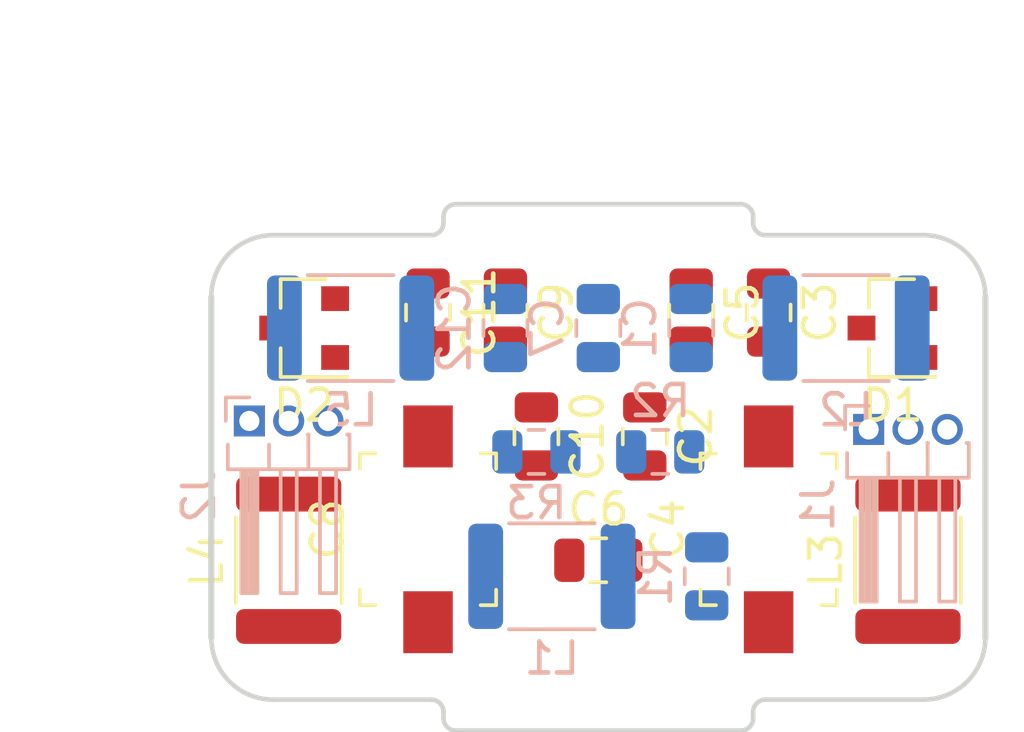
<source format=kicad_pcb>
(kicad_pcb (version 20171130) (host pcbnew 5.0.2-bee76a0~70~ubuntu18.04.1)

  (general
    (thickness 1.6)
    (drawings 24)
    (tracks 0)
    (zones 0)
    (modules 24)
    (nets 12)
  )

  (page A4)
  (layers
    (0 F.Cu signal)
    (31 B.Cu signal)
    (32 B.Adhes user)
    (33 F.Adhes user)
    (34 B.Paste user)
    (35 F.Paste user)
    (36 B.SilkS user)
    (37 F.SilkS user)
    (38 B.Mask user)
    (39 F.Mask user)
    (40 Dwgs.User user)
    (41 Cmts.User user)
    (42 Eco1.User user)
    (43 Eco2.User user)
    (44 Edge.Cuts user)
    (45 Margin user)
    (46 B.CrtYd user)
    (47 F.CrtYd user)
    (48 B.Fab user)
    (49 F.Fab user)
  )

  (setup
    (last_trace_width 0.25)
    (trace_clearance 0.2)
    (zone_clearance 0.508)
    (zone_45_only no)
    (trace_min 0.2)
    (segment_width 0.2)
    (edge_width 0.15)
    (via_size 0.8)
    (via_drill 0.4)
    (via_min_size 0.4)
    (via_min_drill 0.3)
    (uvia_size 0.3)
    (uvia_drill 0.1)
    (uvias_allowed no)
    (uvia_min_size 0.2)
    (uvia_min_drill 0.1)
    (pcb_text_width 0.3)
    (pcb_text_size 1.5 1.5)
    (mod_edge_width 0.15)
    (mod_text_size 1 1)
    (mod_text_width 0.15)
    (pad_size 1.524 1.524)
    (pad_drill 0.762)
    (pad_to_mask_clearance 0.051)
    (solder_mask_min_width 0.25)
    (aux_axis_origin 0 0)
    (visible_elements FFFDFF5F)
    (pcbplotparams
      (layerselection 0x010fc_ffffffff)
      (usegerberextensions false)
      (usegerberattributes false)
      (usegerberadvancedattributes false)
      (creategerberjobfile false)
      (excludeedgelayer true)
      (linewidth 0.100000)
      (plotframeref false)
      (viasonmask false)
      (mode 1)
      (useauxorigin false)
      (hpglpennumber 1)
      (hpglpenspeed 20)
      (hpglpendiameter 15.000000)
      (psnegative false)
      (psa4output false)
      (plotreference true)
      (plotvalue true)
      (plotinvisibletext false)
      (padsonsilk false)
      (subtractmaskfromsilk false)
      (outputformat 1)
      (mirror false)
      (drillshape 1)
      (scaleselection 1)
      (outputdirectory ""))
  )

  (net 0 "")
  (net 1 "Net-(C1-Pad2)")
  (net 2 "Net-(C7-Pad2)")
  (net 3 GND)
  (net 4 "Net-(C12-Pad2)")
  (net 5 /PRE_OUT)
  (net 6 "Net-(C10-Pad1)")
  (net 7 "Net-(C2-Pad1)")
  (net 8 /PRE_IN)
  (net 9 "Net-(C10-Pad2)")
  (net 10 "Net-(C2-Pad2)")
  (net 11 /BPF_EN_80M)

  (net_class Default "This is the default net class."
    (clearance 0.2)
    (trace_width 0.25)
    (via_dia 0.8)
    (via_drill 0.4)
    (uvia_dia 0.3)
    (uvia_drill 0.1)
    (add_net /BPF_EN_80M)
    (add_net /PRE_IN)
    (add_net /PRE_OUT)
    (add_net GND)
    (add_net "Net-(C1-Pad2)")
    (add_net "Net-(C10-Pad1)")
    (add_net "Net-(C10-Pad2)")
    (add_net "Net-(C12-Pad2)")
    (add_net "Net-(C2-Pad1)")
    (add_net "Net-(C2-Pad2)")
    (add_net "Net-(C7-Pad2)")
  )

  (module Connector_PinHeader_1.27mm:PinHeader_1x03_P1.27mm_Horizontal (layer B.Cu) (tedit 59FED6E3) (tstamp 5D09B679)
    (at -11.27 -1.5 270)
    (descr "Through hole angled pin header, 1x03, 1.27mm pitch, 4.0mm pin length, single row")
    (tags "Through hole angled pin header THT 1x03 1.27mm single row")
    (path /5D4E6493)
    (fp_text reference J2 (at 2.4325 1.635 270) (layer B.SilkS)
      (effects (font (size 1 1) (thickness 0.15)) (justify mirror))
    )
    (fp_text value Conn_01x03_Male (at 2.4325 -4.175 270) (layer B.Fab)
      (effects (font (size 1 1) (thickness 0.15)) (justify mirror))
    )
    (fp_text user %R (at 1 -1.27 180) (layer B.Fab)
      (effects (font (size 0.6 0.6) (thickness 0.09)) (justify mirror))
    )
    (fp_line (start 6 1.15) (end -1.15 1.15) (layer B.CrtYd) (width 0.05))
    (fp_line (start 6 -3.7) (end 6 1.15) (layer B.CrtYd) (width 0.05))
    (fp_line (start -1.15 -3.7) (end 6 -3.7) (layer B.CrtYd) (width 0.05))
    (fp_line (start -1.15 1.15) (end -1.15 -3.7) (layer B.CrtYd) (width 0.05))
    (fp_line (start -0.76 0.76) (end 0 0.76) (layer B.SilkS) (width 0.12))
    (fp_line (start -0.76 0) (end -0.76 0.76) (layer B.SilkS) (width 0.12))
    (fp_line (start 5.56 -2.8) (end 1.56 -2.8) (layer B.SilkS) (width 0.12))
    (fp_line (start 5.56 -2.28) (end 5.56 -2.8) (layer B.SilkS) (width 0.12))
    (fp_line (start 1.56 -2.28) (end 5.56 -2.28) (layer B.SilkS) (width 0.12))
    (fp_line (start 0.44 -1.889677) (end 0.44 -1.920323) (layer B.SilkS) (width 0.12))
    (fp_line (start 0.44 -1.905) (end 1.56 -1.905) (layer B.SilkS) (width 0.12))
    (fp_line (start 5.56 -1.53) (end 1.56 -1.53) (layer B.SilkS) (width 0.12))
    (fp_line (start 5.56 -1.01) (end 5.56 -1.53) (layer B.SilkS) (width 0.12))
    (fp_line (start 1.56 -1.01) (end 5.56 -1.01) (layer B.SilkS) (width 0.12))
    (fp_line (start 0.76 -0.635) (end 1.56 -0.635) (layer B.SilkS) (width 0.12))
    (fp_line (start 1.56 -0.16) (end 5.56 -0.16) (layer B.SilkS) (width 0.12))
    (fp_line (start 1.56 -0.04) (end 5.56 -0.04) (layer B.SilkS) (width 0.12))
    (fp_line (start 1.56 0.08) (end 5.56 0.08) (layer B.SilkS) (width 0.12))
    (fp_line (start 1.56 0.2) (end 5.56 0.2) (layer B.SilkS) (width 0.12))
    (fp_line (start 5.56 -0.26) (end 1.56 -0.26) (layer B.SilkS) (width 0.12))
    (fp_line (start 5.56 0.26) (end 5.56 -0.26) (layer B.SilkS) (width 0.12))
    (fp_line (start 1.56 0.26) (end 5.56 0.26) (layer B.SilkS) (width 0.12))
    (fp_line (start 0.44 -3.235) (end 0.44 -3.159677) (layer B.SilkS) (width 0.12))
    (fp_line (start 1.56 -3.235) (end 0.44 -3.235) (layer B.SilkS) (width 0.12))
    (fp_line (start 1.56 0.695) (end 1.56 -3.235) (layer B.SilkS) (width 0.12))
    (fp_line (start 0.76 0.695) (end 1.56 0.695) (layer B.SilkS) (width 0.12))
    (fp_line (start 1.5 -2.74) (end 5.5 -2.74) (layer B.Fab) (width 0.1))
    (fp_line (start 5.5 -2.34) (end 5.5 -2.74) (layer B.Fab) (width 0.1))
    (fp_line (start 1.5 -2.34) (end 5.5 -2.34) (layer B.Fab) (width 0.1))
    (fp_line (start -0.2 -2.74) (end 0.5 -2.74) (layer B.Fab) (width 0.1))
    (fp_line (start -0.2 -2.34) (end -0.2 -2.74) (layer B.Fab) (width 0.1))
    (fp_line (start -0.2 -2.34) (end 0.5 -2.34) (layer B.Fab) (width 0.1))
    (fp_line (start 1.5 -1.47) (end 5.5 -1.47) (layer B.Fab) (width 0.1))
    (fp_line (start 5.5 -1.07) (end 5.5 -1.47) (layer B.Fab) (width 0.1))
    (fp_line (start 1.5 -1.07) (end 5.5 -1.07) (layer B.Fab) (width 0.1))
    (fp_line (start -0.2 -1.47) (end 0.5 -1.47) (layer B.Fab) (width 0.1))
    (fp_line (start -0.2 -1.07) (end -0.2 -1.47) (layer B.Fab) (width 0.1))
    (fp_line (start -0.2 -1.07) (end 0.5 -1.07) (layer B.Fab) (width 0.1))
    (fp_line (start 1.5 -0.2) (end 5.5 -0.2) (layer B.Fab) (width 0.1))
    (fp_line (start 5.5 0.2) (end 5.5 -0.2) (layer B.Fab) (width 0.1))
    (fp_line (start 1.5 0.2) (end 5.5 0.2) (layer B.Fab) (width 0.1))
    (fp_line (start -0.2 -0.2) (end 0.5 -0.2) (layer B.Fab) (width 0.1))
    (fp_line (start -0.2 0.2) (end -0.2 -0.2) (layer B.Fab) (width 0.1))
    (fp_line (start -0.2 0.2) (end 0.5 0.2) (layer B.Fab) (width 0.1))
    (fp_line (start 0.5 0.385) (end 0.75 0.635) (layer B.Fab) (width 0.1))
    (fp_line (start 0.5 -3.175) (end 0.5 0.385) (layer B.Fab) (width 0.1))
    (fp_line (start 1.5 -3.175) (end 0.5 -3.175) (layer B.Fab) (width 0.1))
    (fp_line (start 1.5 0.635) (end 1.5 -3.175) (layer B.Fab) (width 0.1))
    (fp_line (start 0.75 0.635) (end 1.5 0.635) (layer B.Fab) (width 0.1))
    (pad 3 thru_hole oval (at 0 -2.54 270) (size 1 1) (drill 0.65) (layers *.Cu *.Mask)
      (net 8 /PRE_IN))
    (pad 2 thru_hole oval (at 0 -1.27 270) (size 1 1) (drill 0.65) (layers *.Cu *.Mask)
      (net 3 GND))
    (pad 1 thru_hole rect (at 0 0 270) (size 1 1) (drill 0.65) (layers *.Cu *.Mask)
      (net 3 GND))
    (model ${KISYS3DMOD}/Connector_PinHeader_1.27mm.3dshapes/PinHeader_1x03_P1.27mm_Horizontal.wrl
      (at (xyz 0 0 0))
      (scale (xyz 1 1 1))
      (rotate (xyz 0 0 0))
    )
  )

  (module Connector_PinHeader_1.27mm:PinHeader_1x03_P1.27mm_Horizontal (layer B.Cu) (tedit 59FED6E3) (tstamp 5D09B640)
    (at 8.73 -1.226226 270)
    (descr "Through hole angled pin header, 1x03, 1.27mm pitch, 4.0mm pin length, single row")
    (tags "Through hole angled pin header THT 1x03 1.27mm single row")
    (path /5D4E63E7)
    (fp_text reference J1 (at 2.4325 1.635 270) (layer B.SilkS)
      (effects (font (size 1 1) (thickness 0.15)) (justify mirror))
    )
    (fp_text value Conn_01x03_Male (at 2.4325 -4.175 270) (layer B.Fab)
      (effects (font (size 1 1) (thickness 0.15)) (justify mirror))
    )
    (fp_line (start 0.75 0.635) (end 1.5 0.635) (layer B.Fab) (width 0.1))
    (fp_line (start 1.5 0.635) (end 1.5 -3.175) (layer B.Fab) (width 0.1))
    (fp_line (start 1.5 -3.175) (end 0.5 -3.175) (layer B.Fab) (width 0.1))
    (fp_line (start 0.5 -3.175) (end 0.5 0.385) (layer B.Fab) (width 0.1))
    (fp_line (start 0.5 0.385) (end 0.75 0.635) (layer B.Fab) (width 0.1))
    (fp_line (start -0.2 0.2) (end 0.5 0.2) (layer B.Fab) (width 0.1))
    (fp_line (start -0.2 0.2) (end -0.2 -0.2) (layer B.Fab) (width 0.1))
    (fp_line (start -0.2 -0.2) (end 0.5 -0.2) (layer B.Fab) (width 0.1))
    (fp_line (start 1.5 0.2) (end 5.5 0.2) (layer B.Fab) (width 0.1))
    (fp_line (start 5.5 0.2) (end 5.5 -0.2) (layer B.Fab) (width 0.1))
    (fp_line (start 1.5 -0.2) (end 5.5 -0.2) (layer B.Fab) (width 0.1))
    (fp_line (start -0.2 -1.07) (end 0.5 -1.07) (layer B.Fab) (width 0.1))
    (fp_line (start -0.2 -1.07) (end -0.2 -1.47) (layer B.Fab) (width 0.1))
    (fp_line (start -0.2 -1.47) (end 0.5 -1.47) (layer B.Fab) (width 0.1))
    (fp_line (start 1.5 -1.07) (end 5.5 -1.07) (layer B.Fab) (width 0.1))
    (fp_line (start 5.5 -1.07) (end 5.5 -1.47) (layer B.Fab) (width 0.1))
    (fp_line (start 1.5 -1.47) (end 5.5 -1.47) (layer B.Fab) (width 0.1))
    (fp_line (start -0.2 -2.34) (end 0.5 -2.34) (layer B.Fab) (width 0.1))
    (fp_line (start -0.2 -2.34) (end -0.2 -2.74) (layer B.Fab) (width 0.1))
    (fp_line (start -0.2 -2.74) (end 0.5 -2.74) (layer B.Fab) (width 0.1))
    (fp_line (start 1.5 -2.34) (end 5.5 -2.34) (layer B.Fab) (width 0.1))
    (fp_line (start 5.5 -2.34) (end 5.5 -2.74) (layer B.Fab) (width 0.1))
    (fp_line (start 1.5 -2.74) (end 5.5 -2.74) (layer B.Fab) (width 0.1))
    (fp_line (start 0.76 0.695) (end 1.56 0.695) (layer B.SilkS) (width 0.12))
    (fp_line (start 1.56 0.695) (end 1.56 -3.235) (layer B.SilkS) (width 0.12))
    (fp_line (start 1.56 -3.235) (end 0.44 -3.235) (layer B.SilkS) (width 0.12))
    (fp_line (start 0.44 -3.235) (end 0.44 -3.159677) (layer B.SilkS) (width 0.12))
    (fp_line (start 1.56 0.26) (end 5.56 0.26) (layer B.SilkS) (width 0.12))
    (fp_line (start 5.56 0.26) (end 5.56 -0.26) (layer B.SilkS) (width 0.12))
    (fp_line (start 5.56 -0.26) (end 1.56 -0.26) (layer B.SilkS) (width 0.12))
    (fp_line (start 1.56 0.2) (end 5.56 0.2) (layer B.SilkS) (width 0.12))
    (fp_line (start 1.56 0.08) (end 5.56 0.08) (layer B.SilkS) (width 0.12))
    (fp_line (start 1.56 -0.04) (end 5.56 -0.04) (layer B.SilkS) (width 0.12))
    (fp_line (start 1.56 -0.16) (end 5.56 -0.16) (layer B.SilkS) (width 0.12))
    (fp_line (start 0.76 -0.635) (end 1.56 -0.635) (layer B.SilkS) (width 0.12))
    (fp_line (start 1.56 -1.01) (end 5.56 -1.01) (layer B.SilkS) (width 0.12))
    (fp_line (start 5.56 -1.01) (end 5.56 -1.53) (layer B.SilkS) (width 0.12))
    (fp_line (start 5.56 -1.53) (end 1.56 -1.53) (layer B.SilkS) (width 0.12))
    (fp_line (start 0.44 -1.905) (end 1.56 -1.905) (layer B.SilkS) (width 0.12))
    (fp_line (start 0.44 -1.889677) (end 0.44 -1.920323) (layer B.SilkS) (width 0.12))
    (fp_line (start 1.56 -2.28) (end 5.56 -2.28) (layer B.SilkS) (width 0.12))
    (fp_line (start 5.56 -2.28) (end 5.56 -2.8) (layer B.SilkS) (width 0.12))
    (fp_line (start 5.56 -2.8) (end 1.56 -2.8) (layer B.SilkS) (width 0.12))
    (fp_line (start -0.76 0) (end -0.76 0.76) (layer B.SilkS) (width 0.12))
    (fp_line (start -0.76 0.76) (end 0 0.76) (layer B.SilkS) (width 0.12))
    (fp_line (start -1.15 1.15) (end -1.15 -3.7) (layer B.CrtYd) (width 0.05))
    (fp_line (start -1.15 -3.7) (end 6 -3.7) (layer B.CrtYd) (width 0.05))
    (fp_line (start 6 -3.7) (end 6 1.15) (layer B.CrtYd) (width 0.05))
    (fp_line (start 6 1.15) (end -1.15 1.15) (layer B.CrtYd) (width 0.05))
    (fp_text user %R (at 1 -1.27 180) (layer B.Fab)
      (effects (font (size 0.6 0.6) (thickness 0.09)) (justify mirror))
    )
    (pad 1 thru_hole rect (at 0 0 270) (size 1 1) (drill 0.65) (layers *.Cu *.Mask)
      (net 5 /PRE_OUT))
    (pad 2 thru_hole oval (at 0 -1.27 270) (size 1 1) (drill 0.65) (layers *.Cu *.Mask)
      (net 11 /BPF_EN_80M))
    (pad 3 thru_hole oval (at 0 -2.54 270) (size 1 1) (drill 0.65) (layers *.Cu *.Mask)
      (net 3 GND))
    (model ${KISYS3DMOD}/Connector_PinHeader_1.27mm.3dshapes/PinHeader_1x03_P1.27mm_Horizontal.wrl
      (at (xyz 0 0 0))
      (scale (xyz 1 1 1))
      (rotate (xyz 0 0 0))
    )
  )

  (module Capacitor_SMD:C_0805_2012Metric (layer F.Cu) (tedit 5B36C52B) (tstamp 5D08ECAA)
    (at 1.5 -1 270)
    (descr "Capacitor SMD 0805 (2012 Metric), square (rectangular) end terminal, IPC_7351 nominal, (Body size source: https://docs.google.com/spreadsheets/d/1BsfQQcO9C6DZCsRaXUlFlo91Tg2WpOkGARC1WS5S8t0/edit?usp=sharing), generated with kicad-footprint-generator")
    (tags capacitor)
    (path /5DB9CDF8)
    (attr smd)
    (fp_text reference C2 (at 0 -1.65 270) (layer F.SilkS)
      (effects (font (size 1 1) (thickness 0.15)))
    )
    (fp_text value 68p (at 0 1.65 270) (layer F.Fab)
      (effects (font (size 1 1) (thickness 0.15)))
    )
    (fp_text user %R (at 0 0 270) (layer F.Fab)
      (effects (font (size 0.5 0.5) (thickness 0.08)))
    )
    (fp_line (start 1.68 0.95) (end -1.68 0.95) (layer F.CrtYd) (width 0.05))
    (fp_line (start 1.68 -0.95) (end 1.68 0.95) (layer F.CrtYd) (width 0.05))
    (fp_line (start -1.68 -0.95) (end 1.68 -0.95) (layer F.CrtYd) (width 0.05))
    (fp_line (start -1.68 0.95) (end -1.68 -0.95) (layer F.CrtYd) (width 0.05))
    (fp_line (start -0.258578 0.71) (end 0.258578 0.71) (layer F.SilkS) (width 0.12))
    (fp_line (start -0.258578 -0.71) (end 0.258578 -0.71) (layer F.SilkS) (width 0.12))
    (fp_line (start 1 0.6) (end -1 0.6) (layer F.Fab) (width 0.1))
    (fp_line (start 1 -0.6) (end 1 0.6) (layer F.Fab) (width 0.1))
    (fp_line (start -1 -0.6) (end 1 -0.6) (layer F.Fab) (width 0.1))
    (fp_line (start -1 0.6) (end -1 -0.6) (layer F.Fab) (width 0.1))
    (pad 2 smd roundrect (at 0.9375 0 270) (size 0.975 1.4) (layers F.Cu F.Paste F.Mask) (roundrect_rratio 0.25)
      (net 10 "Net-(C2-Pad2)"))
    (pad 1 smd roundrect (at -0.9375 0 270) (size 0.975 1.4) (layers F.Cu F.Paste F.Mask) (roundrect_rratio 0.25)
      (net 7 "Net-(C2-Pad1)"))
    (model ${KISYS3DMOD}/Capacitor_SMD.3dshapes/C_0805_2012Metric.wrl
      (at (xyz 0 0 0))
      (scale (xyz 1 1 1))
      (rotate (xyz 0 0 0))
    )
  )

  (module Capacitor_SMD:C_0805_2012Metric (layer F.Cu) (tedit 5B36C52B) (tstamp 5D08FA24)
    (at 5.5 -5 270)
    (descr "Capacitor SMD 0805 (2012 Metric), square (rectangular) end terminal, IPC_7351 nominal, (Body size source: https://docs.google.com/spreadsheets/d/1BsfQQcO9C6DZCsRaXUlFlo91Tg2WpOkGARC1WS5S8t0/edit?usp=sharing), generated with kicad-footprint-generator")
    (tags capacitor)
    (path /5DB9CDFF)
    (attr smd)
    (fp_text reference C3 (at 0 -1.65 270) (layer F.SilkS)
      (effects (font (size 1 1) (thickness 0.15)))
    )
    (fp_text value 68p (at 0 1.65 270) (layer F.Fab)
      (effects (font (size 1 1) (thickness 0.15)))
    )
    (fp_line (start -1 0.6) (end -1 -0.6) (layer F.Fab) (width 0.1))
    (fp_line (start -1 -0.6) (end 1 -0.6) (layer F.Fab) (width 0.1))
    (fp_line (start 1 -0.6) (end 1 0.6) (layer F.Fab) (width 0.1))
    (fp_line (start 1 0.6) (end -1 0.6) (layer F.Fab) (width 0.1))
    (fp_line (start -0.258578 -0.71) (end 0.258578 -0.71) (layer F.SilkS) (width 0.12))
    (fp_line (start -0.258578 0.71) (end 0.258578 0.71) (layer F.SilkS) (width 0.12))
    (fp_line (start -1.68 0.95) (end -1.68 -0.95) (layer F.CrtYd) (width 0.05))
    (fp_line (start -1.68 -0.95) (end 1.68 -0.95) (layer F.CrtYd) (width 0.05))
    (fp_line (start 1.68 -0.95) (end 1.68 0.95) (layer F.CrtYd) (width 0.05))
    (fp_line (start 1.68 0.95) (end -1.68 0.95) (layer F.CrtYd) (width 0.05))
    (fp_text user %R (at 0 0 270) (layer F.Fab)
      (effects (font (size 0.5 0.5) (thickness 0.08)))
    )
    (pad 1 smd roundrect (at -0.9375 0 270) (size 0.975 1.4) (layers F.Cu F.Paste F.Mask) (roundrect_rratio 0.25)
      (net 3 GND))
    (pad 2 smd roundrect (at 0.9375 0 270) (size 0.975 1.4) (layers F.Cu F.Paste F.Mask) (roundrect_rratio 0.25)
      (net 7 "Net-(C2-Pad1)"))
    (model ${KISYS3DMOD}/Capacitor_SMD.3dshapes/C_0805_2012Metric.wrl
      (at (xyz 0 0 0))
      (scale (xyz 1 1 1))
      (rotate (xyz 0 0 0))
    )
  )

  (module Capacitor_SMD:C_0805_2012Metric (layer F.Cu) (tedit 5B36C52B) (tstamp 5D08FA54)
    (at 3 -5 270)
    (descr "Capacitor SMD 0805 (2012 Metric), square (rectangular) end terminal, IPC_7351 nominal, (Body size source: https://docs.google.com/spreadsheets/d/1BsfQQcO9C6DZCsRaXUlFlo91Tg2WpOkGARC1WS5S8t0/edit?usp=sharing), generated with kicad-footprint-generator")
    (tags capacitor)
    (path /5DB9CE0D)
    (attr smd)
    (fp_text reference C5 (at 0 -1.65 270) (layer F.SilkS)
      (effects (font (size 1 1) (thickness 0.15)))
    )
    (fp_text value 68p (at 0 1.65 270) (layer F.Fab)
      (effects (font (size 1 1) (thickness 0.15)))
    )
    (fp_text user %R (at 0 0 270) (layer F.Fab)
      (effects (font (size 0.5 0.5) (thickness 0.08)))
    )
    (fp_line (start 1.68 0.95) (end -1.68 0.95) (layer F.CrtYd) (width 0.05))
    (fp_line (start 1.68 -0.95) (end 1.68 0.95) (layer F.CrtYd) (width 0.05))
    (fp_line (start -1.68 -0.95) (end 1.68 -0.95) (layer F.CrtYd) (width 0.05))
    (fp_line (start -1.68 0.95) (end -1.68 -0.95) (layer F.CrtYd) (width 0.05))
    (fp_line (start -0.258578 0.71) (end 0.258578 0.71) (layer F.SilkS) (width 0.12))
    (fp_line (start -0.258578 -0.71) (end 0.258578 -0.71) (layer F.SilkS) (width 0.12))
    (fp_line (start 1 0.6) (end -1 0.6) (layer F.Fab) (width 0.1))
    (fp_line (start 1 -0.6) (end 1 0.6) (layer F.Fab) (width 0.1))
    (fp_line (start -1 -0.6) (end 1 -0.6) (layer F.Fab) (width 0.1))
    (fp_line (start -1 0.6) (end -1 -0.6) (layer F.Fab) (width 0.1))
    (pad 2 smd roundrect (at 0.9375 0 270) (size 0.975 1.4) (layers F.Cu F.Paste F.Mask) (roundrect_rratio 0.25)
      (net 7 "Net-(C2-Pad1)"))
    (pad 1 smd roundrect (at -0.9375 0 270) (size 0.975 1.4) (layers F.Cu F.Paste F.Mask) (roundrect_rratio 0.25)
      (net 3 GND))
    (model ${KISYS3DMOD}/Capacitor_SMD.3dshapes/C_0805_2012Metric.wrl
      (at (xyz 0 0 0))
      (scale (xyz 1 1 1))
      (rotate (xyz 0 0 0))
    )
  )

  (module Capacitor_SMD:C_0805_2012Metric (layer F.Cu) (tedit 5B36C52B) (tstamp 5D08EC77)
    (at 0 3)
    (descr "Capacitor SMD 0805 (2012 Metric), square (rectangular) end terminal, IPC_7351 nominal, (Body size source: https://docs.google.com/spreadsheets/d/1BsfQQcO9C6DZCsRaXUlFlo91Tg2WpOkGARC1WS5S8t0/edit?usp=sharing), generated with kicad-footprint-generator")
    (tags capacitor)
    (path /5DB9CE36)
    (attr smd)
    (fp_text reference C6 (at 0 -1.65) (layer F.SilkS)
      (effects (font (size 1 1) (thickness 0.15)))
    )
    (fp_text value 68p (at 0 1.65) (layer F.Fab)
      (effects (font (size 1 1) (thickness 0.15)))
    )
    (fp_line (start -1 0.6) (end -1 -0.6) (layer F.Fab) (width 0.1))
    (fp_line (start -1 -0.6) (end 1 -0.6) (layer F.Fab) (width 0.1))
    (fp_line (start 1 -0.6) (end 1 0.6) (layer F.Fab) (width 0.1))
    (fp_line (start 1 0.6) (end -1 0.6) (layer F.Fab) (width 0.1))
    (fp_line (start -0.258578 -0.71) (end 0.258578 -0.71) (layer F.SilkS) (width 0.12))
    (fp_line (start -0.258578 0.71) (end 0.258578 0.71) (layer F.SilkS) (width 0.12))
    (fp_line (start -1.68 0.95) (end -1.68 -0.95) (layer F.CrtYd) (width 0.05))
    (fp_line (start -1.68 -0.95) (end 1.68 -0.95) (layer F.CrtYd) (width 0.05))
    (fp_line (start 1.68 -0.95) (end 1.68 0.95) (layer F.CrtYd) (width 0.05))
    (fp_line (start 1.68 0.95) (end -1.68 0.95) (layer F.CrtYd) (width 0.05))
    (fp_text user %R (at 0 0) (layer F.Fab)
      (effects (font (size 0.5 0.5) (thickness 0.08)))
    )
    (pad 1 smd roundrect (at -0.9375 0) (size 0.975 1.4) (layers F.Cu F.Paste F.Mask) (roundrect_rratio 0.25)
      (net 9 "Net-(C10-Pad2)"))
    (pad 2 smd roundrect (at 0.9375 0) (size 0.975 1.4) (layers F.Cu F.Paste F.Mask) (roundrect_rratio 0.25)
      (net 10 "Net-(C2-Pad2)"))
    (model ${KISYS3DMOD}/Capacitor_SMD.3dshapes/C_0805_2012Metric.wrl
      (at (xyz 0 0 0))
      (scale (xyz 1 1 1))
      (rotate (xyz 0 0 0))
    )
  )

  (module Capacitor_SMD:C_0805_2012Metric (layer B.Cu) (tedit 5B36C52B) (tstamp 5D09023A)
    (at 0 -4.5 270)
    (descr "Capacitor SMD 0805 (2012 Metric), square (rectangular) end terminal, IPC_7351 nominal, (Body size source: https://docs.google.com/spreadsheets/d/1BsfQQcO9C6DZCsRaXUlFlo91Tg2WpOkGARC1WS5S8t0/edit?usp=sharing), generated with kicad-footprint-generator")
    (tags capacitor)
    (path /5DB9CDBC)
    (attr smd)
    (fp_text reference C7 (at 0 1.65 270) (layer B.SilkS)
      (effects (font (size 1 1) (thickness 0.15)) (justify mirror))
    )
    (fp_text value 68p (at -9.065001 18.475001 270) (layer B.Fab)
      (effects (font (size 1 1) (thickness 0.15)) (justify mirror))
    )
    (fp_text user %R (at 0 0 270) (layer B.Fab)
      (effects (font (size 0.5 0.5) (thickness 0.08)) (justify mirror))
    )
    (fp_line (start 1.68 -0.95) (end -1.68 -0.95) (layer B.CrtYd) (width 0.05))
    (fp_line (start 1.68 0.95) (end 1.68 -0.95) (layer B.CrtYd) (width 0.05))
    (fp_line (start -1.68 0.95) (end 1.68 0.95) (layer B.CrtYd) (width 0.05))
    (fp_line (start -1.68 -0.95) (end -1.68 0.95) (layer B.CrtYd) (width 0.05))
    (fp_line (start -0.258578 -0.71) (end 0.258578 -0.71) (layer B.SilkS) (width 0.12))
    (fp_line (start -0.258578 0.71) (end 0.258578 0.71) (layer B.SilkS) (width 0.12))
    (fp_line (start 1 -0.6) (end -1 -0.6) (layer B.Fab) (width 0.1))
    (fp_line (start 1 0.6) (end 1 -0.6) (layer B.Fab) (width 0.1))
    (fp_line (start -1 0.6) (end 1 0.6) (layer B.Fab) (width 0.1))
    (fp_line (start -1 -0.6) (end -1 0.6) (layer B.Fab) (width 0.1))
    (pad 2 smd roundrect (at 0.9375 0 270) (size 0.975 1.4) (layers B.Cu B.Paste B.Mask) (roundrect_rratio 0.25)
      (net 2 "Net-(C7-Pad2)"))
    (pad 1 smd roundrect (at -0.9375 0 270) (size 0.975 1.4) (layers B.Cu B.Paste B.Mask) (roundrect_rratio 0.25)
      (net 3 GND))
    (model ${KISYS3DMOD}/Capacitor_SMD.3dshapes/C_0805_2012Metric.wrl
      (at (xyz 0 0 0))
      (scale (xyz 1 1 1))
      (rotate (xyz 0 0 0))
    )
  )

  (module Capacitor_SMD:C_0805_2012Metric (layer F.Cu) (tedit 5B36C52B) (tstamp 5D08F735)
    (at -3 -5 270)
    (descr "Capacitor SMD 0805 (2012 Metric), square (rectangular) end terminal, IPC_7351 nominal, (Body size source: https://docs.google.com/spreadsheets/d/1BsfQQcO9C6DZCsRaXUlFlo91Tg2WpOkGARC1WS5S8t0/edit?usp=sharing), generated with kicad-footprint-generator")
    (tags capacitor)
    (path /5DB9CE5B)
    (attr smd)
    (fp_text reference C9 (at 0 -1.65 270) (layer F.SilkS)
      (effects (font (size 1 1) (thickness 0.15)))
    )
    (fp_text value 68p (at 0 1.65 270) (layer F.Fab)
      (effects (font (size 1 1) (thickness 0.15)))
    )
    (fp_line (start -1 0.6) (end -1 -0.6) (layer F.Fab) (width 0.1))
    (fp_line (start -1 -0.6) (end 1 -0.6) (layer F.Fab) (width 0.1))
    (fp_line (start 1 -0.6) (end 1 0.6) (layer F.Fab) (width 0.1))
    (fp_line (start 1 0.6) (end -1 0.6) (layer F.Fab) (width 0.1))
    (fp_line (start -0.258578 -0.71) (end 0.258578 -0.71) (layer F.SilkS) (width 0.12))
    (fp_line (start -0.258578 0.71) (end 0.258578 0.71) (layer F.SilkS) (width 0.12))
    (fp_line (start -1.68 0.95) (end -1.68 -0.95) (layer F.CrtYd) (width 0.05))
    (fp_line (start -1.68 -0.95) (end 1.68 -0.95) (layer F.CrtYd) (width 0.05))
    (fp_line (start 1.68 -0.95) (end 1.68 0.95) (layer F.CrtYd) (width 0.05))
    (fp_line (start 1.68 0.95) (end -1.68 0.95) (layer F.CrtYd) (width 0.05))
    (fp_text user %R (at 0 0 270) (layer F.Fab)
      (effects (font (size 0.5 0.5) (thickness 0.08)))
    )
    (pad 1 smd roundrect (at -0.9375 0 270) (size 0.975 1.4) (layers F.Cu F.Paste F.Mask) (roundrect_rratio 0.25)
      (net 3 GND))
    (pad 2 smd roundrect (at 0.9375 0 270) (size 0.975 1.4) (layers F.Cu F.Paste F.Mask) (roundrect_rratio 0.25)
      (net 6 "Net-(C10-Pad1)"))
    (model ${KISYS3DMOD}/Capacitor_SMD.3dshapes/C_0805_2012Metric.wrl
      (at (xyz 0 0 0))
      (scale (xyz 1 1 1))
      (rotate (xyz 0 0 0))
    )
  )

  (module Capacitor_SMD:C_0805_2012Metric (layer F.Cu) (tedit 5B36C52B) (tstamp 5D08EC44)
    (at -2 -1 270)
    (descr "Capacitor SMD 0805 (2012 Metric), square (rectangular) end terminal, IPC_7351 nominal, (Body size source: https://docs.google.com/spreadsheets/d/1BsfQQcO9C6DZCsRaXUlFlo91Tg2WpOkGARC1WS5S8t0/edit?usp=sharing), generated with kicad-footprint-generator")
    (tags capacitor)
    (path /5DB9CE46)
    (attr smd)
    (fp_text reference C10 (at 0 -1.65 270) (layer F.SilkS)
      (effects (font (size 1 1) (thickness 0.15)))
    )
    (fp_text value 68p (at 0 1.65 270) (layer F.Fab)
      (effects (font (size 1 1) (thickness 0.15)))
    )
    (fp_text user %R (at 0 0 270) (layer F.Fab)
      (effects (font (size 0.5 0.5) (thickness 0.08)))
    )
    (fp_line (start 1.68 0.95) (end -1.68 0.95) (layer F.CrtYd) (width 0.05))
    (fp_line (start 1.68 -0.95) (end 1.68 0.95) (layer F.CrtYd) (width 0.05))
    (fp_line (start -1.68 -0.95) (end 1.68 -0.95) (layer F.CrtYd) (width 0.05))
    (fp_line (start -1.68 0.95) (end -1.68 -0.95) (layer F.CrtYd) (width 0.05))
    (fp_line (start -0.258578 0.71) (end 0.258578 0.71) (layer F.SilkS) (width 0.12))
    (fp_line (start -0.258578 -0.71) (end 0.258578 -0.71) (layer F.SilkS) (width 0.12))
    (fp_line (start 1 0.6) (end -1 0.6) (layer F.Fab) (width 0.1))
    (fp_line (start 1 -0.6) (end 1 0.6) (layer F.Fab) (width 0.1))
    (fp_line (start -1 -0.6) (end 1 -0.6) (layer F.Fab) (width 0.1))
    (fp_line (start -1 0.6) (end -1 -0.6) (layer F.Fab) (width 0.1))
    (pad 2 smd roundrect (at 0.9375 0 270) (size 0.975 1.4) (layers F.Cu F.Paste F.Mask) (roundrect_rratio 0.25)
      (net 9 "Net-(C10-Pad2)"))
    (pad 1 smd roundrect (at -0.9375 0 270) (size 0.975 1.4) (layers F.Cu F.Paste F.Mask) (roundrect_rratio 0.25)
      (net 6 "Net-(C10-Pad1)"))
    (model ${KISYS3DMOD}/Capacitor_SMD.3dshapes/C_0805_2012Metric.wrl
      (at (xyz 0 0 0))
      (scale (xyz 1 1 1))
      (rotate (xyz 0 0 0))
    )
  )

  (module Capacitor_SMD:C_0805_2012Metric (layer F.Cu) (tedit 5B36C52B) (tstamp 5D08F705)
    (at -5.5 -5 270)
    (descr "Capacitor SMD 0805 (2012 Metric), square (rectangular) end terminal, IPC_7351 nominal, (Body size source: https://docs.google.com/spreadsheets/d/1BsfQQcO9C6DZCsRaXUlFlo91Tg2WpOkGARC1WS5S8t0/edit?usp=sharing), generated with kicad-footprint-generator")
    (tags capacitor)
    (path /5DB9CE4D)
    (attr smd)
    (fp_text reference C11 (at 0 -1.65 270) (layer F.SilkS)
      (effects (font (size 1 1) (thickness 0.15)))
    )
    (fp_text value 68p (at 0 1.65 270) (layer F.Fab)
      (effects (font (size 1 1) (thickness 0.15)))
    )
    (fp_line (start -1 0.6) (end -1 -0.6) (layer F.Fab) (width 0.1))
    (fp_line (start -1 -0.6) (end 1 -0.6) (layer F.Fab) (width 0.1))
    (fp_line (start 1 -0.6) (end 1 0.6) (layer F.Fab) (width 0.1))
    (fp_line (start 1 0.6) (end -1 0.6) (layer F.Fab) (width 0.1))
    (fp_line (start -0.258578 -0.71) (end 0.258578 -0.71) (layer F.SilkS) (width 0.12))
    (fp_line (start -0.258578 0.71) (end 0.258578 0.71) (layer F.SilkS) (width 0.12))
    (fp_line (start -1.68 0.95) (end -1.68 -0.95) (layer F.CrtYd) (width 0.05))
    (fp_line (start -1.68 -0.95) (end 1.68 -0.95) (layer F.CrtYd) (width 0.05))
    (fp_line (start 1.68 -0.95) (end 1.68 0.95) (layer F.CrtYd) (width 0.05))
    (fp_line (start 1.68 0.95) (end -1.68 0.95) (layer F.CrtYd) (width 0.05))
    (fp_text user %R (at 0 0 270) (layer F.Fab)
      (effects (font (size 0.5 0.5) (thickness 0.08)))
    )
    (pad 1 smd roundrect (at -0.9375 0 270) (size 0.975 1.4) (layers F.Cu F.Paste F.Mask) (roundrect_rratio 0.25)
      (net 3 GND))
    (pad 2 smd roundrect (at 0.9375 0 270) (size 0.975 1.4) (layers F.Cu F.Paste F.Mask) (roundrect_rratio 0.25)
      (net 6 "Net-(C10-Pad1)"))
    (model ${KISYS3DMOD}/Capacitor_SMD.3dshapes/C_0805_2012Metric.wrl
      (at (xyz 0 0 0))
      (scale (xyz 1 1 1))
      (rotate (xyz 0 0 0))
    )
  )

  (module Capacitor_SMD:C_0805_2012Metric (layer B.Cu) (tedit 5B36C52B) (tstamp 5D0901DA)
    (at 3 -4.5 270)
    (descr "Capacitor SMD 0805 (2012 Metric), square (rectangular) end terminal, IPC_7351 nominal, (Body size source: https://docs.google.com/spreadsheets/d/1BsfQQcO9C6DZCsRaXUlFlo91Tg2WpOkGARC1WS5S8t0/edit?usp=sharing), generated with kicad-footprint-generator")
    (tags capacitor)
    (path /5DB9CDA7)
    (attr smd)
    (fp_text reference C1 (at 0 1.65 270) (layer B.SilkS)
      (effects (font (size 1 1) (thickness 0.15)) (justify mirror))
    )
    (fp_text value 68p (at 0 -1.65 270) (layer B.Fab)
      (effects (font (size 1 1) (thickness 0.15)) (justify mirror))
    )
    (fp_text user %R (at 0 0 270) (layer B.Fab)
      (effects (font (size 0.5 0.5) (thickness 0.08)) (justify mirror))
    )
    (fp_line (start 1.68 -0.95) (end -1.68 -0.95) (layer B.CrtYd) (width 0.05))
    (fp_line (start 1.68 0.95) (end 1.68 -0.95) (layer B.CrtYd) (width 0.05))
    (fp_line (start -1.68 0.95) (end 1.68 0.95) (layer B.CrtYd) (width 0.05))
    (fp_line (start -1.68 -0.95) (end -1.68 0.95) (layer B.CrtYd) (width 0.05))
    (fp_line (start -0.258578 -0.71) (end 0.258578 -0.71) (layer B.SilkS) (width 0.12))
    (fp_line (start -0.258578 0.71) (end 0.258578 0.71) (layer B.SilkS) (width 0.12))
    (fp_line (start 1 -0.6) (end -1 -0.6) (layer B.Fab) (width 0.1))
    (fp_line (start 1 0.6) (end 1 -0.6) (layer B.Fab) (width 0.1))
    (fp_line (start -1 0.6) (end 1 0.6) (layer B.Fab) (width 0.1))
    (fp_line (start -1 -0.6) (end -1 0.6) (layer B.Fab) (width 0.1))
    (pad 2 smd roundrect (at 0.9375 0 270) (size 0.975 1.4) (layers B.Cu B.Paste B.Mask) (roundrect_rratio 0.25)
      (net 1 "Net-(C1-Pad2)"))
    (pad 1 smd roundrect (at -0.9375 0 270) (size 0.975 1.4) (layers B.Cu B.Paste B.Mask) (roundrect_rratio 0.25)
      (net 3 GND))
    (model ${KISYS3DMOD}/Capacitor_SMD.3dshapes/C_0805_2012Metric.wrl
      (at (xyz 0 0 0))
      (scale (xyz 1 1 1))
      (rotate (xyz 0 0 0))
    )
  )

  (module Capacitor_SMD:C_0805_2012Metric (layer B.Cu) (tedit 5B36C52B) (tstamp 5D09029A)
    (at -3 -4.5 270)
    (descr "Capacitor SMD 0805 (2012 Metric), square (rectangular) end terminal, IPC_7351 nominal, (Body size source: https://docs.google.com/spreadsheets/d/1BsfQQcO9C6DZCsRaXUlFlo91Tg2WpOkGARC1WS5S8t0/edit?usp=sharing), generated with kicad-footprint-generator")
    (tags capacitor)
    (path /5DB9CDD8)
    (attr smd)
    (fp_text reference C12 (at 0 1.65 270) (layer B.SilkS)
      (effects (font (size 1 1) (thickness 0.15)) (justify mirror))
    )
    (fp_text value 68p (at 0 -1.65 270) (layer B.Fab)
      (effects (font (size 1 1) (thickness 0.15)) (justify mirror))
    )
    (fp_line (start -1 -0.6) (end -1 0.6) (layer B.Fab) (width 0.1))
    (fp_line (start -1 0.6) (end 1 0.6) (layer B.Fab) (width 0.1))
    (fp_line (start 1 0.6) (end 1 -0.6) (layer B.Fab) (width 0.1))
    (fp_line (start 1 -0.6) (end -1 -0.6) (layer B.Fab) (width 0.1))
    (fp_line (start -0.258578 0.71) (end 0.258578 0.71) (layer B.SilkS) (width 0.12))
    (fp_line (start -0.258578 -0.71) (end 0.258578 -0.71) (layer B.SilkS) (width 0.12))
    (fp_line (start -1.68 -0.95) (end -1.68 0.95) (layer B.CrtYd) (width 0.05))
    (fp_line (start -1.68 0.95) (end 1.68 0.95) (layer B.CrtYd) (width 0.05))
    (fp_line (start 1.68 0.95) (end 1.68 -0.95) (layer B.CrtYd) (width 0.05))
    (fp_line (start 1.68 -0.95) (end -1.68 -0.95) (layer B.CrtYd) (width 0.05))
    (fp_text user %R (at 0 0 270) (layer B.Fab)
      (effects (font (size 0.5 0.5) (thickness 0.08)) (justify mirror))
    )
    (pad 1 smd roundrect (at -0.9375 0 270) (size 0.975 1.4) (layers B.Cu B.Paste B.Mask) (roundrect_rratio 0.25)
      (net 3 GND))
    (pad 2 smd roundrect (at 0.9375 0 270) (size 0.975 1.4) (layers B.Cu B.Paste B.Mask) (roundrect_rratio 0.25)
      (net 4 "Net-(C12-Pad2)"))
    (model ${KISYS3DMOD}/Capacitor_SMD.3dshapes/C_0805_2012Metric.wrl
      (at (xyz 0 0 0))
      (scale (xyz 1 1 1))
      (rotate (xyz 0 0 0))
    )
  )

  (module Capacitor_SMD:C_Trimmer_Murata_TZB4-B (layer F.Cu) (tedit 590DA842) (tstamp 5D08EF1F)
    (at 5.5 2 90)
    (descr "trimmer capacitor SMD horizontal, http://www.murata.com/~/media/webrenewal/support/library/catalog/products/capacitor/trimmer/t13e.ashx?la=en-gb")
    (tags " Murata TZB4 TZB4-A")
    (path /5DB9CE06)
    (attr smd)
    (fp_text reference C4 (at 0 -3.25 90) (layer F.SilkS)
      (effects (font (size 1 1) (thickness 0.15)))
    )
    (fp_text value C_Variable (at 0 3.25 90) (layer F.Fab)
      (effects (font (size 1 1) (thickness 0.15)))
    )
    (fp_text user %R (at 0 0 90) (layer F.Fab)
      (effects (font (size 0.5 0.5) (thickness 0.05)))
    )
    (fp_line (start 4.25 -2.25) (end -4.25 -2.25) (layer F.CrtYd) (width 0.05))
    (fp_line (start 4.25 2.25) (end 4.25 -2.25) (layer F.CrtYd) (width 0.05))
    (fp_line (start -4.25 2.25) (end 4.25 2.25) (layer F.CrtYd) (width 0.05))
    (fp_line (start -4.25 -2.25) (end -4.25 2.25) (layer F.CrtYd) (width 0.05))
    (fp_line (start 2.45 2.2) (end 2.45 1.7) (layer F.SilkS) (width 0.12))
    (fp_line (start 2.45 2.2) (end 1.95 2.2) (layer F.SilkS) (width 0.12))
    (fp_line (start 2.45 -2.2) (end 2.45 -1.7) (layer F.SilkS) (width 0.12))
    (fp_line (start 2.45 -2.2) (end 1.95 -2.2) (layer F.SilkS) (width 0.12))
    (fp_line (start -2.45 2.2) (end -2.45 1.7) (layer F.SilkS) (width 0.12))
    (fp_line (start -2.45 2.2) (end -1.95 2.2) (layer F.SilkS) (width 0.12))
    (fp_line (start -2.45 -2.2) (end -2.45 -1.7) (layer F.SilkS) (width 0.12))
    (fp_line (start -2.45 -2.2) (end -1.95 -2.2) (layer F.SilkS) (width 0.12))
    (fp_line (start -3.5 0.6) (end -2.25 0.6) (layer F.Fab) (width 0.1))
    (fp_line (start -3.5 -0.6) (end -3.5 0.6) (layer F.Fab) (width 0.1))
    (fp_line (start -2.25 -0.6) (end -3.5 -0.6) (layer F.Fab) (width 0.1))
    (fp_line (start 3.5 0.6) (end 2.25 0.6) (layer F.Fab) (width 0.1))
    (fp_line (start 3.5 -0.6) (end 3.5 0.6) (layer F.Fab) (width 0.1))
    (fp_line (start 2.25 -0.6) (end 3.5 -0.6) (layer F.Fab) (width 0.1))
    (fp_line (start -2.25 -1.99) (end -2.25 -2) (layer F.Fab) (width 0.1))
    (fp_line (start -2.25 1.99) (end -2.25 -1.99) (layer F.Fab) (width 0.1))
    (fp_line (start -2.25 2) (end -2.25 1.99) (layer F.Fab) (width 0.1))
    (fp_line (start -2.24 2) (end -2.25 2) (layer F.Fab) (width 0.1))
    (fp_line (start 2.24 2) (end -2.24 2) (layer F.Fab) (width 0.1))
    (fp_line (start 2.25 2) (end 2.24 2) (layer F.Fab) (width 0.1))
    (fp_line (start 2.25 1.99) (end 2.25 2) (layer F.Fab) (width 0.1))
    (fp_line (start 2.25 -1.99) (end 2.25 1.99) (layer F.Fab) (width 0.1))
    (fp_line (start 2.25 -2) (end 2.25 -1.99) (layer F.Fab) (width 0.1))
    (fp_line (start 2.24 -2) (end 2.25 -2) (layer F.Fab) (width 0.1))
    (fp_line (start -2.24 -2) (end 2.24 -2) (layer F.Fab) (width 0.1))
    (fp_line (start -2.25 -2) (end -2.24 -2) (layer F.Fab) (width 0.1))
    (fp_circle (center 0 0) (end 2 0) (layer F.Fab) (width 0.1))
    (pad 2 smd rect (at 3 0 90) (size 2 1.6) (layers F.Cu F.Paste F.Mask)
      (net 7 "Net-(C2-Pad1)"))
    (pad 1 smd rect (at -3 0 90) (size 2 1.6) (layers F.Cu F.Paste F.Mask)
      (net 10 "Net-(C2-Pad2)"))
    (model ${KISYS3DMOD}/Capacitor_SMD.3dshapes/C_Trimmer_Murata_TZB4-B.wrl
      (at (xyz 0 0 0))
      (scale (xyz 1 1 1))
      (rotate (xyz 0 0 0))
    )
  )

  (module Capacitor_SMD:C_Trimmer_Murata_TZB4-B (layer F.Cu) (tedit 590DA842) (tstamp 5D08EBDA)
    (at -5.5 2 90)
    (descr "trimmer capacitor SMD horizontal, http://www.murata.com/~/media/webrenewal/support/library/catalog/products/capacitor/trimmer/t13e.ashx?la=en-gb")
    (tags " Murata TZB4 TZB4-A")
    (path /5DB9CE54)
    (attr smd)
    (fp_text reference C8 (at 0 -3.25 90) (layer F.SilkS)
      (effects (font (size 1 1) (thickness 0.15)))
    )
    (fp_text value C_Variable (at 0 3.25 90) (layer F.Fab)
      (effects (font (size 1 1) (thickness 0.15)))
    )
    (fp_circle (center 0 0) (end 2 0) (layer F.Fab) (width 0.1))
    (fp_line (start -2.25 -2) (end -2.24 -2) (layer F.Fab) (width 0.1))
    (fp_line (start -2.24 -2) (end 2.24 -2) (layer F.Fab) (width 0.1))
    (fp_line (start 2.24 -2) (end 2.25 -2) (layer F.Fab) (width 0.1))
    (fp_line (start 2.25 -2) (end 2.25 -1.99) (layer F.Fab) (width 0.1))
    (fp_line (start 2.25 -1.99) (end 2.25 1.99) (layer F.Fab) (width 0.1))
    (fp_line (start 2.25 1.99) (end 2.25 2) (layer F.Fab) (width 0.1))
    (fp_line (start 2.25 2) (end 2.24 2) (layer F.Fab) (width 0.1))
    (fp_line (start 2.24 2) (end -2.24 2) (layer F.Fab) (width 0.1))
    (fp_line (start -2.24 2) (end -2.25 2) (layer F.Fab) (width 0.1))
    (fp_line (start -2.25 2) (end -2.25 1.99) (layer F.Fab) (width 0.1))
    (fp_line (start -2.25 1.99) (end -2.25 -1.99) (layer F.Fab) (width 0.1))
    (fp_line (start -2.25 -1.99) (end -2.25 -2) (layer F.Fab) (width 0.1))
    (fp_line (start 2.25 -0.6) (end 3.5 -0.6) (layer F.Fab) (width 0.1))
    (fp_line (start 3.5 -0.6) (end 3.5 0.6) (layer F.Fab) (width 0.1))
    (fp_line (start 3.5 0.6) (end 2.25 0.6) (layer F.Fab) (width 0.1))
    (fp_line (start -2.25 -0.6) (end -3.5 -0.6) (layer F.Fab) (width 0.1))
    (fp_line (start -3.5 -0.6) (end -3.5 0.6) (layer F.Fab) (width 0.1))
    (fp_line (start -3.5 0.6) (end -2.25 0.6) (layer F.Fab) (width 0.1))
    (fp_line (start -2.45 -2.2) (end -1.95 -2.2) (layer F.SilkS) (width 0.12))
    (fp_line (start -2.45 -2.2) (end -2.45 -1.7) (layer F.SilkS) (width 0.12))
    (fp_line (start -2.45 2.2) (end -1.95 2.2) (layer F.SilkS) (width 0.12))
    (fp_line (start -2.45 2.2) (end -2.45 1.7) (layer F.SilkS) (width 0.12))
    (fp_line (start 2.45 -2.2) (end 1.95 -2.2) (layer F.SilkS) (width 0.12))
    (fp_line (start 2.45 -2.2) (end 2.45 -1.7) (layer F.SilkS) (width 0.12))
    (fp_line (start 2.45 2.2) (end 1.95 2.2) (layer F.SilkS) (width 0.12))
    (fp_line (start 2.45 2.2) (end 2.45 1.7) (layer F.SilkS) (width 0.12))
    (fp_line (start -4.25 -2.25) (end -4.25 2.25) (layer F.CrtYd) (width 0.05))
    (fp_line (start -4.25 2.25) (end 4.25 2.25) (layer F.CrtYd) (width 0.05))
    (fp_line (start 4.25 2.25) (end 4.25 -2.25) (layer F.CrtYd) (width 0.05))
    (fp_line (start 4.25 -2.25) (end -4.25 -2.25) (layer F.CrtYd) (width 0.05))
    (fp_text user %R (at 0 0 270) (layer F.Fab)
      (effects (font (size 0.5 0.5) (thickness 0.05)))
    )
    (pad 1 smd rect (at -3 0 90) (size 2 1.6) (layers F.Cu F.Paste F.Mask)
      (net 9 "Net-(C10-Pad2)"))
    (pad 2 smd rect (at 3 0 90) (size 2 1.6) (layers F.Cu F.Paste F.Mask)
      (net 6 "Net-(C10-Pad1)"))
    (model ${KISYS3DMOD}/Capacitor_SMD.3dshapes/C_Trimmer_Murata_TZB4-B.wrl
      (at (xyz 0 0 0))
      (scale (xyz 1 1 1))
      (rotate (xyz 0 0 0))
    )
  )

  (module Inductor_SMD:L_1812_4532Metric (layer B.Cu) (tedit 5B301BBE) (tstamp 5D08EBB4)
    (at -1.5 3.517884)
    (descr "Inductor SMD 1812 (4532 Metric), square (rectangular) end terminal, IPC_7351 nominal, (Body size source: https://www.nikhef.nl/pub/departments/mt/projects/detectorR_D/dtddice/ERJ2G.pdf), generated with kicad-footprint-generator")
    (tags inductor)
    (path /5DB9CE97)
    (attr smd)
    (fp_text reference L1 (at 0 2.65) (layer B.SilkS)
      (effects (font (size 1 1) (thickness 0.15)) (justify mirror))
    )
    (fp_text value L_Core_Ferrite (at 0 -2.65) (layer B.Fab)
      (effects (font (size 1 1) (thickness 0.15)) (justify mirror))
    )
    (fp_line (start -2.25 -1.6) (end -2.25 1.6) (layer B.Fab) (width 0.1))
    (fp_line (start -2.25 1.6) (end 2.25 1.6) (layer B.Fab) (width 0.1))
    (fp_line (start 2.25 1.6) (end 2.25 -1.6) (layer B.Fab) (width 0.1))
    (fp_line (start 2.25 -1.6) (end -2.25 -1.6) (layer B.Fab) (width 0.1))
    (fp_line (start -1.386252 1.71) (end 1.386252 1.71) (layer B.SilkS) (width 0.12))
    (fp_line (start -1.386252 -1.71) (end 1.386252 -1.71) (layer B.SilkS) (width 0.12))
    (fp_line (start -2.95 -1.95) (end -2.95 1.95) (layer B.CrtYd) (width 0.05))
    (fp_line (start -2.95 1.95) (end 2.95 1.95) (layer B.CrtYd) (width 0.05))
    (fp_line (start 2.95 1.95) (end 2.95 -1.95) (layer B.CrtYd) (width 0.05))
    (fp_line (start 2.95 -1.95) (end -2.95 -1.95) (layer B.CrtYd) (width 0.05))
    (fp_text user %R (at 0 0) (layer B.Fab)
      (effects (font (size 1 1) (thickness 0.15)) (justify mirror))
    )
    (pad 1 smd roundrect (at -2.1375 0) (size 1.125 3.4) (layers B.Cu B.Paste B.Mask) (roundrect_rratio 0.222222)
      (net 2 "Net-(C7-Pad2)"))
    (pad 2 smd roundrect (at 2.1375 0) (size 1.125 3.4) (layers B.Cu B.Paste B.Mask) (roundrect_rratio 0.222222)
      (net 11 /BPF_EN_80M))
    (model ${KISYS3DMOD}/Inductor_SMD.3dshapes/L_1812_4532Metric.wrl
      (at (xyz 0 0 0))
      (scale (xyz 1 1 1))
      (rotate (xyz 0 0 0))
    )
  )

  (module Inductor_SMD:L_1812_4532Metric (layer B.Cu) (tedit 5B301BBE) (tstamp 5D09026A)
    (at 8 -4.5)
    (descr "Inductor SMD 1812 (4532 Metric), square (rectangular) end terminal, IPC_7351 nominal, (Body size source: https://www.nikhef.nl/pub/departments/mt/projects/detectorR_D/dtddice/ERJ2G.pdf), generated with kicad-footprint-generator")
    (tags inductor)
    (path /5DB9CDA0)
    (attr smd)
    (fp_text reference L2 (at 0 2.65) (layer B.SilkS)
      (effects (font (size 1 1) (thickness 0.15)) (justify mirror))
    )
    (fp_text value L_Core_Ferrite (at 0 -2.65) (layer B.Fab)
      (effects (font (size 1 1) (thickness 0.15)) (justify mirror))
    )
    (fp_text user %R (at 0 0) (layer B.Fab)
      (effects (font (size 1 1) (thickness 0.15)) (justify mirror))
    )
    (fp_line (start 2.95 -1.95) (end -2.95 -1.95) (layer B.CrtYd) (width 0.05))
    (fp_line (start 2.95 1.95) (end 2.95 -1.95) (layer B.CrtYd) (width 0.05))
    (fp_line (start -2.95 1.95) (end 2.95 1.95) (layer B.CrtYd) (width 0.05))
    (fp_line (start -2.95 -1.95) (end -2.95 1.95) (layer B.CrtYd) (width 0.05))
    (fp_line (start -1.386252 -1.71) (end 1.386252 -1.71) (layer B.SilkS) (width 0.12))
    (fp_line (start -1.386252 1.71) (end 1.386252 1.71) (layer B.SilkS) (width 0.12))
    (fp_line (start 2.25 -1.6) (end -2.25 -1.6) (layer B.Fab) (width 0.1))
    (fp_line (start 2.25 1.6) (end 2.25 -1.6) (layer B.Fab) (width 0.1))
    (fp_line (start -2.25 1.6) (end 2.25 1.6) (layer B.Fab) (width 0.1))
    (fp_line (start -2.25 -1.6) (end -2.25 1.6) (layer B.Fab) (width 0.1))
    (pad 2 smd roundrect (at 2.1375 0) (size 1.125 3.4) (layers B.Cu B.Paste B.Mask) (roundrect_rratio 0.222222)
      (net 1 "Net-(C1-Pad2)"))
    (pad 1 smd roundrect (at -2.1375 0) (size 1.125 3.4) (layers B.Cu B.Paste B.Mask) (roundrect_rratio 0.222222)
      (net 7 "Net-(C2-Pad1)"))
    (model ${KISYS3DMOD}/Inductor_SMD.3dshapes/L_1812_4532Metric.wrl
      (at (xyz 0 0 0))
      (scale (xyz 1 1 1))
      (rotate (xyz 0 0 0))
    )
  )

  (module Inductor_SMD:L_1812_4532Metric (layer F.Cu) (tedit 5B301BBE) (tstamp 5D08EB92)
    (at 10 3 90)
    (descr "Inductor SMD 1812 (4532 Metric), square (rectangular) end terminal, IPC_7351 nominal, (Body size source: https://www.nikhef.nl/pub/departments/mt/projects/detectorR_D/dtddice/ERJ2G.pdf), generated with kicad-footprint-generator")
    (tags inductor)
    (path /5DB9CDF1)
    (attr smd)
    (fp_text reference L3 (at 0 -2.65 90) (layer F.SilkS)
      (effects (font (size 1 1) (thickness 0.15)))
    )
    (fp_text value L (at 0 2.65 90) (layer F.Fab)
      (effects (font (size 1 1) (thickness 0.15)))
    )
    (fp_line (start -2.25 1.6) (end -2.25 -1.6) (layer F.Fab) (width 0.1))
    (fp_line (start -2.25 -1.6) (end 2.25 -1.6) (layer F.Fab) (width 0.1))
    (fp_line (start 2.25 -1.6) (end 2.25 1.6) (layer F.Fab) (width 0.1))
    (fp_line (start 2.25 1.6) (end -2.25 1.6) (layer F.Fab) (width 0.1))
    (fp_line (start -1.386252 -1.71) (end 1.386252 -1.71) (layer F.SilkS) (width 0.12))
    (fp_line (start -1.386252 1.71) (end 1.386252 1.71) (layer F.SilkS) (width 0.12))
    (fp_line (start -2.95 1.95) (end -2.95 -1.95) (layer F.CrtYd) (width 0.05))
    (fp_line (start -2.95 -1.95) (end 2.95 -1.95) (layer F.CrtYd) (width 0.05))
    (fp_line (start 2.95 -1.95) (end 2.95 1.95) (layer F.CrtYd) (width 0.05))
    (fp_line (start 2.95 1.95) (end -2.95 1.95) (layer F.CrtYd) (width 0.05))
    (fp_text user %R (at 0 0 90) (layer F.Fab)
      (effects (font (size 1 1) (thickness 0.15)))
    )
    (pad 1 smd roundrect (at -2.1375 0 90) (size 1.125 3.4) (layers F.Cu F.Paste F.Mask) (roundrect_rratio 0.222222)
      (net 10 "Net-(C2-Pad2)"))
    (pad 2 smd roundrect (at 2.1375 0 90) (size 1.125 3.4) (layers F.Cu F.Paste F.Mask) (roundrect_rratio 0.222222)
      (net 3 GND))
    (model ${KISYS3DMOD}/Inductor_SMD.3dshapes/L_1812_4532Metric.wrl
      (at (xyz 0 0 0))
      (scale (xyz 1 1 1))
      (rotate (xyz 0 0 0))
    )
  )

  (module Inductor_SMD:L_1812_4532Metric (layer F.Cu) (tedit 5B301BBE) (tstamp 5D08EB81)
    (at -10 3 90)
    (descr "Inductor SMD 1812 (4532 Metric), square (rectangular) end terminal, IPC_7351 nominal, (Body size source: https://www.nikhef.nl/pub/departments/mt/projects/detectorR_D/dtddice/ERJ2G.pdf), generated with kicad-footprint-generator")
    (tags inductor)
    (path /5DB9CE3F)
    (attr smd)
    (fp_text reference L4 (at 0 -2.65 90) (layer F.SilkS)
      (effects (font (size 1 1) (thickness 0.15)))
    )
    (fp_text value L (at 0 2.65 90) (layer F.Fab)
      (effects (font (size 1 1) (thickness 0.15)))
    )
    (fp_text user %R (at 0 0 90) (layer F.Fab)
      (effects (font (size 1 1) (thickness 0.15)))
    )
    (fp_line (start 2.95 1.95) (end -2.95 1.95) (layer F.CrtYd) (width 0.05))
    (fp_line (start 2.95 -1.95) (end 2.95 1.95) (layer F.CrtYd) (width 0.05))
    (fp_line (start -2.95 -1.95) (end 2.95 -1.95) (layer F.CrtYd) (width 0.05))
    (fp_line (start -2.95 1.95) (end -2.95 -1.95) (layer F.CrtYd) (width 0.05))
    (fp_line (start -1.386252 1.71) (end 1.386252 1.71) (layer F.SilkS) (width 0.12))
    (fp_line (start -1.386252 -1.71) (end 1.386252 -1.71) (layer F.SilkS) (width 0.12))
    (fp_line (start 2.25 1.6) (end -2.25 1.6) (layer F.Fab) (width 0.1))
    (fp_line (start 2.25 -1.6) (end 2.25 1.6) (layer F.Fab) (width 0.1))
    (fp_line (start -2.25 -1.6) (end 2.25 -1.6) (layer F.Fab) (width 0.1))
    (fp_line (start -2.25 1.6) (end -2.25 -1.6) (layer F.Fab) (width 0.1))
    (pad 2 smd roundrect (at 2.1375 0 90) (size 1.125 3.4) (layers F.Cu F.Paste F.Mask) (roundrect_rratio 0.222222)
      (net 3 GND))
    (pad 1 smd roundrect (at -2.1375 0 90) (size 1.125 3.4) (layers F.Cu F.Paste F.Mask) (roundrect_rratio 0.222222)
      (net 9 "Net-(C10-Pad2)"))
    (model ${KISYS3DMOD}/Inductor_SMD.3dshapes/L_1812_4532Metric.wrl
      (at (xyz 0 0 0))
      (scale (xyz 1 1 1))
      (rotate (xyz 0 0 0))
    )
  )

  (module Inductor_SMD:L_1812_4532Metric (layer B.Cu) (tedit 5B301BBE) (tstamp 5D0902CA)
    (at -8 -4.5)
    (descr "Inductor SMD 1812 (4532 Metric), square (rectangular) end terminal, IPC_7351 nominal, (Body size source: https://www.nikhef.nl/pub/departments/mt/projects/detectorR_D/dtddice/ERJ2G.pdf), generated with kicad-footprint-generator")
    (tags inductor)
    (path /5DB9CDD1)
    (attr smd)
    (fp_text reference L5 (at 0 2.65) (layer B.SilkS)
      (effects (font (size 1 1) (thickness 0.15)) (justify mirror))
    )
    (fp_text value L_Core_Ferrite (at 0 -2.65) (layer B.Fab)
      (effects (font (size 1 1) (thickness 0.15)) (justify mirror))
    )
    (fp_line (start -2.25 -1.6) (end -2.25 1.6) (layer B.Fab) (width 0.1))
    (fp_line (start -2.25 1.6) (end 2.25 1.6) (layer B.Fab) (width 0.1))
    (fp_line (start 2.25 1.6) (end 2.25 -1.6) (layer B.Fab) (width 0.1))
    (fp_line (start 2.25 -1.6) (end -2.25 -1.6) (layer B.Fab) (width 0.1))
    (fp_line (start -1.386252 1.71) (end 1.386252 1.71) (layer B.SilkS) (width 0.12))
    (fp_line (start -1.386252 -1.71) (end 1.386252 -1.71) (layer B.SilkS) (width 0.12))
    (fp_line (start -2.95 -1.95) (end -2.95 1.95) (layer B.CrtYd) (width 0.05))
    (fp_line (start -2.95 1.95) (end 2.95 1.95) (layer B.CrtYd) (width 0.05))
    (fp_line (start 2.95 1.95) (end 2.95 -1.95) (layer B.CrtYd) (width 0.05))
    (fp_line (start 2.95 -1.95) (end -2.95 -1.95) (layer B.CrtYd) (width 0.05))
    (fp_text user %R (at 0 0) (layer B.Fab)
      (effects (font (size 1 1) (thickness 0.15)) (justify mirror))
    )
    (pad 1 smd roundrect (at -2.1375 0) (size 1.125 3.4) (layers B.Cu B.Paste B.Mask) (roundrect_rratio 0.222222)
      (net 6 "Net-(C10-Pad1)"))
    (pad 2 smd roundrect (at 2.1375 0) (size 1.125 3.4) (layers B.Cu B.Paste B.Mask) (roundrect_rratio 0.222222)
      (net 4 "Net-(C12-Pad2)"))
    (model ${KISYS3DMOD}/Inductor_SMD.3dshapes/L_1812_4532Metric.wrl
      (at (xyz 0 0 0))
      (scale (xyz 1 1 1))
      (rotate (xyz 0 0 0))
    )
  )

  (module Package_TO_SOT_SMD:SOT-23 (layer F.Cu) (tedit 5A02FF57) (tstamp 5D08EB5F)
    (at 9.5 -4.5 180)
    (descr "SOT-23, Standard")
    (tags SOT-23)
    (path /5DB9CD99)
    (attr smd)
    (fp_text reference D1 (at 0 -2.5 180) (layer F.SilkS)
      (effects (font (size 1 1) (thickness 0.15)))
    )
    (fp_text value D (at 0 2.5 180) (layer F.Fab)
      (effects (font (size 1 1) (thickness 0.15)))
    )
    (fp_line (start 0.76 1.58) (end -0.7 1.58) (layer F.SilkS) (width 0.12))
    (fp_line (start 0.76 -1.58) (end -1.4 -1.58) (layer F.SilkS) (width 0.12))
    (fp_line (start -1.7 1.75) (end -1.7 -1.75) (layer F.CrtYd) (width 0.05))
    (fp_line (start 1.7 1.75) (end -1.7 1.75) (layer F.CrtYd) (width 0.05))
    (fp_line (start 1.7 -1.75) (end 1.7 1.75) (layer F.CrtYd) (width 0.05))
    (fp_line (start -1.7 -1.75) (end 1.7 -1.75) (layer F.CrtYd) (width 0.05))
    (fp_line (start 0.76 -1.58) (end 0.76 -0.65) (layer F.SilkS) (width 0.12))
    (fp_line (start 0.76 1.58) (end 0.76 0.65) (layer F.SilkS) (width 0.12))
    (fp_line (start -0.7 1.52) (end 0.7 1.52) (layer F.Fab) (width 0.1))
    (fp_line (start 0.7 -1.52) (end 0.7 1.52) (layer F.Fab) (width 0.1))
    (fp_line (start -0.7 -0.95) (end -0.15 -1.52) (layer F.Fab) (width 0.1))
    (fp_line (start -0.15 -1.52) (end 0.7 -1.52) (layer F.Fab) (width 0.1))
    (fp_line (start -0.7 -0.95) (end -0.7 1.5) (layer F.Fab) (width 0.1))
    (fp_text user %R (at 0 0 270) (layer F.Fab)
      (effects (font (size 0.5 0.5) (thickness 0.075)))
    )
    (pad 3 smd rect (at 1 0 180) (size 0.9 0.8) (layers F.Cu F.Paste F.Mask))
    (pad 2 smd rect (at -1 0.95 180) (size 0.9 0.8) (layers F.Cu F.Paste F.Mask)
      (net 7 "Net-(C2-Pad1)"))
    (pad 1 smd rect (at -1 -0.95 180) (size 0.9 0.8) (layers F.Cu F.Paste F.Mask)
      (net 5 /PRE_OUT))
    (model ${KISYS3DMOD}/Package_TO_SOT_SMD.3dshapes/SOT-23.wrl
      (at (xyz 0 0 0))
      (scale (xyz 1 1 1))
      (rotate (xyz 0 0 0))
    )
  )

  (module Package_TO_SOT_SMD:SOT-23 (layer F.Cu) (tedit 5A02FF57) (tstamp 5D08EB4A)
    (at -9.5 -4.5 180)
    (descr "SOT-23, Standard")
    (tags SOT-23)
    (path /5DB9CDCA)
    (attr smd)
    (fp_text reference D2 (at 0 -2.5 180) (layer F.SilkS)
      (effects (font (size 1 1) (thickness 0.15)))
    )
    (fp_text value D (at 0 2.5 180) (layer F.Fab)
      (effects (font (size 1 1) (thickness 0.15)))
    )
    (fp_text user %R (at 0 0 270) (layer F.Fab)
      (effects (font (size 0.5 0.5) (thickness 0.075)))
    )
    (fp_line (start -0.7 -0.95) (end -0.7 1.5) (layer F.Fab) (width 0.1))
    (fp_line (start -0.15 -1.52) (end 0.7 -1.52) (layer F.Fab) (width 0.1))
    (fp_line (start -0.7 -0.95) (end -0.15 -1.52) (layer F.Fab) (width 0.1))
    (fp_line (start 0.7 -1.52) (end 0.7 1.52) (layer F.Fab) (width 0.1))
    (fp_line (start -0.7 1.52) (end 0.7 1.52) (layer F.Fab) (width 0.1))
    (fp_line (start 0.76 1.58) (end 0.76 0.65) (layer F.SilkS) (width 0.12))
    (fp_line (start 0.76 -1.58) (end 0.76 -0.65) (layer F.SilkS) (width 0.12))
    (fp_line (start -1.7 -1.75) (end 1.7 -1.75) (layer F.CrtYd) (width 0.05))
    (fp_line (start 1.7 -1.75) (end 1.7 1.75) (layer F.CrtYd) (width 0.05))
    (fp_line (start 1.7 1.75) (end -1.7 1.75) (layer F.CrtYd) (width 0.05))
    (fp_line (start -1.7 1.75) (end -1.7 -1.75) (layer F.CrtYd) (width 0.05))
    (fp_line (start 0.76 -1.58) (end -1.4 -1.58) (layer F.SilkS) (width 0.12))
    (fp_line (start 0.76 1.58) (end -0.7 1.58) (layer F.SilkS) (width 0.12))
    (pad 1 smd rect (at -1 -0.95 180) (size 0.9 0.8) (layers F.Cu F.Paste F.Mask)
      (net 8 /PRE_IN))
    (pad 2 smd rect (at -1 0.95 180) (size 0.9 0.8) (layers F.Cu F.Paste F.Mask)
      (net 6 "Net-(C10-Pad1)"))
    (pad 3 smd rect (at 1 0 180) (size 0.9 0.8) (layers F.Cu F.Paste F.Mask))
    (model ${KISYS3DMOD}/Package_TO_SOT_SMD.3dshapes/SOT-23.wrl
      (at (xyz 0 0 0))
      (scale (xyz 1 1 1))
      (rotate (xyz 0 0 0))
    )
  )

  (module Resistor_SMD:R_0805_2012Metric (layer B.Cu) (tedit 5B36C52B) (tstamp 5D0902FA)
    (at -2 -0.5)
    (descr "Resistor SMD 0805 (2012 Metric), square (rectangular) end terminal, IPC_7351 nominal, (Body size source: https://docs.google.com/spreadsheets/d/1BsfQQcO9C6DZCsRaXUlFlo91Tg2WpOkGARC1WS5S8t0/edit?usp=sharing), generated with kicad-footprint-generator")
    (tags resistor)
    (path /5DB9CDE5)
    (attr smd)
    (fp_text reference R3 (at 0 1.65) (layer B.SilkS)
      (effects (font (size 1 1) (thickness 0.15)) (justify mirror))
    )
    (fp_text value 100R (at 0 -1.65) (layer B.Fab)
      (effects (font (size 1 1) (thickness 0.15)) (justify mirror))
    )
    (fp_line (start -1 -0.6) (end -1 0.6) (layer B.Fab) (width 0.1))
    (fp_line (start -1 0.6) (end 1 0.6) (layer B.Fab) (width 0.1))
    (fp_line (start 1 0.6) (end 1 -0.6) (layer B.Fab) (width 0.1))
    (fp_line (start 1 -0.6) (end -1 -0.6) (layer B.Fab) (width 0.1))
    (fp_line (start -0.258578 0.71) (end 0.258578 0.71) (layer B.SilkS) (width 0.12))
    (fp_line (start -0.258578 -0.71) (end 0.258578 -0.71) (layer B.SilkS) (width 0.12))
    (fp_line (start -1.68 -0.95) (end -1.68 0.95) (layer B.CrtYd) (width 0.05))
    (fp_line (start -1.68 0.95) (end 1.68 0.95) (layer B.CrtYd) (width 0.05))
    (fp_line (start 1.68 0.95) (end 1.68 -0.95) (layer B.CrtYd) (width 0.05))
    (fp_line (start 1.68 -0.95) (end -1.68 -0.95) (layer B.CrtYd) (width 0.05))
    (fp_text user %R (at 0 0) (layer B.Fab)
      (effects (font (size 0.5 0.5) (thickness 0.08)) (justify mirror))
    )
    (pad 1 smd roundrect (at -0.9375 0) (size 0.975 1.4) (layers B.Cu B.Paste B.Mask) (roundrect_rratio 0.25)
      (net 4 "Net-(C12-Pad2)"))
    (pad 2 smd roundrect (at 0.9375 0) (size 0.975 1.4) (layers B.Cu B.Paste B.Mask) (roundrect_rratio 0.25)
      (net 2 "Net-(C7-Pad2)"))
    (model ${KISYS3DMOD}/Resistor_SMD.3dshapes/R_0805_2012Metric.wrl
      (at (xyz 0 0 0))
      (scale (xyz 1 1 1))
      (rotate (xyz 0 0 0))
    )
  )

  (module Resistor_SMD:R_0805_2012Metric (layer B.Cu) (tedit 5B36C52B) (tstamp 5D08EB24)
    (at 3.5 3.517884 270)
    (descr "Resistor SMD 0805 (2012 Metric), square (rectangular) end terminal, IPC_7351 nominal, (Body size source: https://docs.google.com/spreadsheets/d/1BsfQQcO9C6DZCsRaXUlFlo91Tg2WpOkGARC1WS5S8t0/edit?usp=sharing), generated with kicad-footprint-generator")
    (tags resistor)
    (path /5DB9CEA0)
    (attr smd)
    (fp_text reference R1 (at 0 1.65 270) (layer B.SilkS)
      (effects (font (size 1 1) (thickness 0.15)) (justify mirror))
    )
    (fp_text value 100R (at 0 -1.65 270) (layer B.Fab)
      (effects (font (size 1 1) (thickness 0.15)) (justify mirror))
    )
    (fp_text user %R (at 0 0 270) (layer B.Fab)
      (effects (font (size 0.5 0.5) (thickness 0.08)) (justify mirror))
    )
    (fp_line (start 1.68 -0.95) (end -1.68 -0.95) (layer B.CrtYd) (width 0.05))
    (fp_line (start 1.68 0.95) (end 1.68 -0.95) (layer B.CrtYd) (width 0.05))
    (fp_line (start -1.68 0.95) (end 1.68 0.95) (layer B.CrtYd) (width 0.05))
    (fp_line (start -1.68 -0.95) (end -1.68 0.95) (layer B.CrtYd) (width 0.05))
    (fp_line (start -0.258578 -0.71) (end 0.258578 -0.71) (layer B.SilkS) (width 0.12))
    (fp_line (start -0.258578 0.71) (end 0.258578 0.71) (layer B.SilkS) (width 0.12))
    (fp_line (start 1 -0.6) (end -1 -0.6) (layer B.Fab) (width 0.1))
    (fp_line (start 1 0.6) (end 1 -0.6) (layer B.Fab) (width 0.1))
    (fp_line (start -1 0.6) (end 1 0.6) (layer B.Fab) (width 0.1))
    (fp_line (start -1 -0.6) (end -1 0.6) (layer B.Fab) (width 0.1))
    (pad 2 smd roundrect (at 0.9375 0 270) (size 0.975 1.4) (layers B.Cu B.Paste B.Mask) (roundrect_rratio 0.25)
      (net 3 GND))
    (pad 1 smd roundrect (at -0.9375 0 270) (size 0.975 1.4) (layers B.Cu B.Paste B.Mask) (roundrect_rratio 0.25)
      (net 2 "Net-(C7-Pad2)"))
    (model ${KISYS3DMOD}/Resistor_SMD.3dshapes/R_0805_2012Metric.wrl
      (at (xyz 0 0 0))
      (scale (xyz 1 1 1))
      (rotate (xyz 0 0 0))
    )
  )

  (module Resistor_SMD:R_0805_2012Metric (layer B.Cu) (tedit 5B36C52B) (tstamp 5D09020A)
    (at 2 -0.5 180)
    (descr "Resistor SMD 0805 (2012 Metric), square (rectangular) end terminal, IPC_7351 nominal, (Body size source: https://docs.google.com/spreadsheets/d/1BsfQQcO9C6DZCsRaXUlFlo91Tg2WpOkGARC1WS5S8t0/edit?usp=sharing), generated with kicad-footprint-generator")
    (tags resistor)
    (path /5DB9CDB4)
    (attr smd)
    (fp_text reference R2 (at 0 1.65 180) (layer B.SilkS)
      (effects (font (size 1 1) (thickness 0.15)) (justify mirror))
    )
    (fp_text value 100R (at 0 -1.65 180) (layer B.Fab)
      (effects (font (size 1 1) (thickness 0.15)) (justify mirror))
    )
    (fp_line (start -1 -0.6) (end -1 0.6) (layer B.Fab) (width 0.1))
    (fp_line (start -1 0.6) (end 1 0.6) (layer B.Fab) (width 0.1))
    (fp_line (start 1 0.6) (end 1 -0.6) (layer B.Fab) (width 0.1))
    (fp_line (start 1 -0.6) (end -1 -0.6) (layer B.Fab) (width 0.1))
    (fp_line (start -0.258578 0.71) (end 0.258578 0.71) (layer B.SilkS) (width 0.12))
    (fp_line (start -0.258578 -0.71) (end 0.258578 -0.71) (layer B.SilkS) (width 0.12))
    (fp_line (start -1.68 -0.95) (end -1.68 0.95) (layer B.CrtYd) (width 0.05))
    (fp_line (start -1.68 0.95) (end 1.68 0.95) (layer B.CrtYd) (width 0.05))
    (fp_line (start 1.68 0.95) (end 1.68 -0.95) (layer B.CrtYd) (width 0.05))
    (fp_line (start 1.68 -0.95) (end -1.68 -0.95) (layer B.CrtYd) (width 0.05))
    (fp_text user %R (at 0 0 180) (layer B.Fab)
      (effects (font (size 0.5 0.5) (thickness 0.08)) (justify mirror))
    )
    (pad 1 smd roundrect (at -0.9375 0 180) (size 0.975 1.4) (layers B.Cu B.Paste B.Mask) (roundrect_rratio 0.25)
      (net 1 "Net-(C1-Pad2)"))
    (pad 2 smd roundrect (at 0.9375 0 180) (size 0.975 1.4) (layers B.Cu B.Paste B.Mask) (roundrect_rratio 0.25)
      (net 2 "Net-(C7-Pad2)"))
    (model ${KISYS3DMOD}/Resistor_SMD.3dshapes/R_0805_2012Metric.wrl
      (at (xyz 0 0 0))
      (scale (xyz 1 1 1))
      (rotate (xyz 0 0 0))
    )
  )

  (gr_arc (start 10.5 -5.5) (end 12.5 -5.5) (angle -90) (layer Edge.Cuts) (width 0.15) (tstamp 5D0848CC))
  (gr_arc (start 10.5 5.5) (end 10.5 7.5) (angle -90) (layer Edge.Cuts) (width 0.15) (tstamp 5D0848CC))
  (gr_arc (start -10.5 5.5) (end -12.5 5.5) (angle -90) (layer Edge.Cuts) (width 0.15) (tstamp 5D0848CC))
  (gr_arc (start 4.6 8.1) (end 4.6 8.5) (angle -90) (layer Edge.Cuts) (width 0.15) (tstamp 5D0848A7))
  (gr_line (start -5 8.1) (end -5 7.9) (layer Edge.Cuts) (width 0.15) (tstamp 5D0848A6))
  (gr_arc (start -4.6 8.1) (end -5 8.1) (angle -90) (layer Edge.Cuts) (width 0.15) (tstamp 5D0848A5))
  (gr_line (start 4.6 8.5) (end -4.6 8.5) (layer Edge.Cuts) (width 0.15) (tstamp 5D0848A4))
  (gr_arc (start -5.4 7.9) (end -5 7.9) (angle -90) (layer Edge.Cuts) (width 0.15) (tstamp 5D0848A3))
  (gr_line (start 5.4 7.5) (end 10.5 7.5) (layer Edge.Cuts) (width 0.15) (tstamp 5D0848A2))
  (gr_line (start -10.5 7.5) (end -5.4 7.5) (layer Edge.Cuts) (width 0.15) (tstamp 5D0848A1))
  (gr_line (start 5 8.1) (end 5 7.9) (layer Edge.Cuts) (width 0.15) (tstamp 5D0848A0))
  (gr_arc (start 5.4 7.9) (end 5.4 7.5) (angle -90) (layer Edge.Cuts) (width 0.15) (tstamp 5D08489F))
  (gr_line (start -5.4 -7.5) (end -10.5 -7.5) (layer Edge.Cuts) (width 0.15))
  (gr_line (start 5 -8.1) (end 5 -7.9) (layer Edge.Cuts) (width 0.15))
  (gr_line (start 10.5 -7.5) (end 5.4 -7.5) (layer Edge.Cuts) (width 0.15))
  (gr_arc (start 4.6 -8.1) (end 5 -8.1) (angle -90) (layer Edge.Cuts) (width 0.15))
  (gr_arc (start 5.4 -7.9) (end 5 -7.9) (angle -90) (layer Edge.Cuts) (width 0.15))
  (gr_line (start -5 -8.1) (end -5 -7.9) (layer Edge.Cuts) (width 0.15))
  (gr_arc (start -5.4 -7.9) (end -5.4 -7.5) (angle -90) (layer Edge.Cuts) (width 0.15))
  (gr_arc (start -4.6 -8.1) (end -4.6 -8.5) (angle -90) (layer Edge.Cuts) (width 0.15))
  (gr_line (start -4.6 -8.5) (end 4.6 -8.5) (layer Edge.Cuts) (width 0.15))
  (gr_arc (start -10.5 -5.5) (end -10.5 -7.5) (angle -90) (layer Edge.Cuts) (width 0.15))
  (gr_line (start -12.5 5.5) (end -12.5 -5.5) (layer Edge.Cuts) (width 0.2))
  (gr_line (start 12.5 -5.5) (end 12.5 5.5) (layer Edge.Cuts) (width 0.2))

)

</source>
